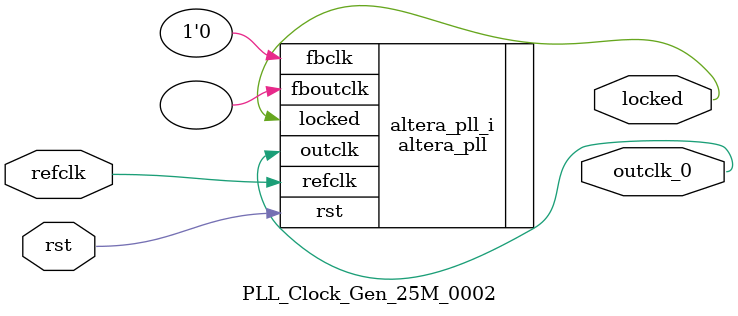
<source format=v>
`timescale 1ns/10ps
module  PLL_Clock_Gen_25M_0002(

	// interface 'refclk'
	input wire refclk,

	// interface 'reset'
	input wire rst,

	// interface 'outclk0'
	output wire outclk_0,

	// interface 'locked'
	output wire locked
);

	altera_pll #(
		.fractional_vco_multiplier("false"),
		.reference_clock_frequency("50.0 MHz"),
		.operation_mode("direct"),
		.number_of_clocks(1),
		.output_clock_frequency0("25.000000 MHz"),
		.phase_shift0("0 ps"),
		.duty_cycle0(50),
		.output_clock_frequency1("0 MHz"),
		.phase_shift1("0 ps"),
		.duty_cycle1(50),
		.output_clock_frequency2("0 MHz"),
		.phase_shift2("0 ps"),
		.duty_cycle2(50),
		.output_clock_frequency3("0 MHz"),
		.phase_shift3("0 ps"),
		.duty_cycle3(50),
		.output_clock_frequency4("0 MHz"),
		.phase_shift4("0 ps"),
		.duty_cycle4(50),
		.output_clock_frequency5("0 MHz"),
		.phase_shift5("0 ps"),
		.duty_cycle5(50),
		.output_clock_frequency6("0 MHz"),
		.phase_shift6("0 ps"),
		.duty_cycle6(50),
		.output_clock_frequency7("0 MHz"),
		.phase_shift7("0 ps"),
		.duty_cycle7(50),
		.output_clock_frequency8("0 MHz"),
		.phase_shift8("0 ps"),
		.duty_cycle8(50),
		.output_clock_frequency9("0 MHz"),
		.phase_shift9("0 ps"),
		.duty_cycle9(50),
		.output_clock_frequency10("0 MHz"),
		.phase_shift10("0 ps"),
		.duty_cycle10(50),
		.output_clock_frequency11("0 MHz"),
		.phase_shift11("0 ps"),
		.duty_cycle11(50),
		.output_clock_frequency12("0 MHz"),
		.phase_shift12("0 ps"),
		.duty_cycle12(50),
		.output_clock_frequency13("0 MHz"),
		.phase_shift13("0 ps"),
		.duty_cycle13(50),
		.output_clock_frequency14("0 MHz"),
		.phase_shift14("0 ps"),
		.duty_cycle14(50),
		.output_clock_frequency15("0 MHz"),
		.phase_shift15("0 ps"),
		.duty_cycle15(50),
		.output_clock_frequency16("0 MHz"),
		.phase_shift16("0 ps"),
		.duty_cycle16(50),
		.output_clock_frequency17("0 MHz"),
		.phase_shift17("0 ps"),
		.duty_cycle17(50),
		.pll_type("General"),
		.pll_subtype("General")
	) altera_pll_i (
		.rst	(rst),
		.outclk	({outclk_0}),
		.locked	(locked),
		.fboutclk	( ),
		.fbclk	(1'b0),
		.refclk	(refclk)
	);
endmodule


</source>
